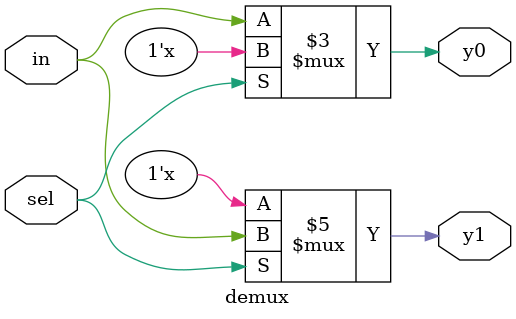
<source format=v>
module demux(input in,sel,output reg y0,y1);
  always@(*) begin
  case(sel)
    1'b0 :y0=in;
    1'b1 :y1=in;
    endcase
  end 
endmodule

</source>
